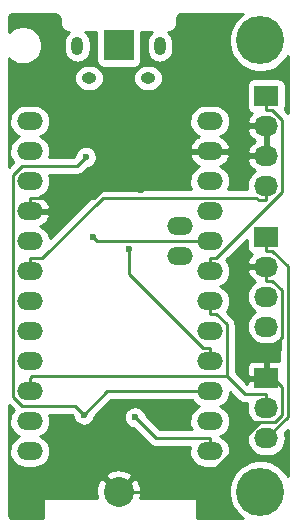
<source format=gbl>
G04 #@! TF.FileFunction,Copper,L2,Bot,Signal*
%FSLAX46Y46*%
G04 Gerber Fmt 4.6, Leading zero omitted, Abs format (unit mm)*
G04 Created by KiCad (PCBNEW 4.0.2-stable) date Vendredi 08 juillet 2016 21:03:03*
%MOMM*%
G01*
G04 APERTURE LIST*
%ADD10C,0.100000*%
%ADD11R,2.540000X2.540000*%
%ADD12C,2.540000*%
%ADD13C,4.064000*%
%ADD14O,1.250000X0.950000*%
%ADD15O,1.000000X1.550000*%
%ADD16O,2.199640X1.501140*%
%ADD17R,2.032000X1.727200*%
%ADD18O,2.032000X1.727200*%
%ADD19C,0.600000*%
%ADD20C,0.250000*%
%ADD21C,0.254000*%
G04 APERTURE END LIST*
D10*
D11*
X58000000Y-36800000D03*
D12*
X58000000Y-74620000D03*
D13*
X70000000Y-74600000D03*
X70000000Y-36400000D03*
D14*
X60500900Y-39562540D03*
X55500900Y-39562540D03*
D15*
X61500900Y-36862540D03*
X54500900Y-36862540D03*
D16*
X50480000Y-43230000D03*
X50480000Y-45770000D03*
X50480000Y-48310000D03*
X50480000Y-50850000D03*
X50480000Y-53390000D03*
X50480000Y-55930000D03*
X50480000Y-58470000D03*
X50480000Y-61010000D03*
X50480000Y-63550000D03*
X50480000Y-66090000D03*
X50480000Y-68630000D03*
X50480000Y-71170000D03*
X65720000Y-71170000D03*
X65720000Y-68630000D03*
X65720000Y-66090000D03*
X65720000Y-63550000D03*
X65720000Y-61010000D03*
X65720000Y-58470000D03*
X65720000Y-55930000D03*
X65720000Y-53390000D03*
X65720000Y-50850000D03*
X65720000Y-48310000D03*
X65720000Y-45770000D03*
X65720000Y-43230000D03*
X63180000Y-54660000D03*
X63180000Y-52120000D03*
D17*
X70500000Y-53000000D03*
D18*
X70500000Y-55540000D03*
X70500000Y-58080000D03*
X70500000Y-60620000D03*
D17*
X70500000Y-41100000D03*
D18*
X70500000Y-43640000D03*
X70500000Y-46180000D03*
X70500000Y-48720000D03*
D17*
X70500000Y-65000000D03*
D18*
X70500000Y-67540000D03*
X70500000Y-70080000D03*
D19*
X59895600Y-49029900D03*
X59381400Y-68292700D03*
X58857200Y-54076600D03*
X55067500Y-68079900D03*
X55226800Y-46268600D03*
X55814100Y-53028500D03*
D20*
X71020100Y-54188900D02*
X70500000Y-54188900D01*
X72308700Y-55477500D02*
X71020100Y-54188900D01*
X72308700Y-68271300D02*
X72308700Y-55477500D01*
X70500000Y-70080000D02*
X72308700Y-68271300D01*
X70500000Y-53000000D02*
X70500000Y-54188900D01*
X66464950Y-72354950D02*
X66675050Y-72354950D01*
X67330000Y-71700000D02*
X67840000Y-71700000D01*
X66675050Y-72354950D02*
X67330000Y-71700000D01*
X69980000Y-68732000D02*
X68962000Y-68732000D01*
X68962000Y-68732000D02*
X68960000Y-68730000D01*
X70012000Y-68732000D02*
X69980000Y-68732000D01*
X69980000Y-68732000D02*
X69708000Y-68732000D01*
X69708000Y-68732000D02*
X68690000Y-69750000D01*
X71858300Y-61620000D02*
X71760000Y-61620000D01*
X71690000Y-62621100D02*
X71700000Y-62611100D01*
X71690000Y-61690000D02*
X71690000Y-62621100D01*
X71760000Y-61620000D02*
X71690000Y-61690000D01*
X71700000Y-62611100D02*
X71700000Y-62490000D01*
X71700000Y-62490000D02*
X71700000Y-62611100D01*
X71700000Y-62611100D02*
X70500000Y-63811100D01*
X71858300Y-57567100D02*
X71858300Y-61620000D01*
X71020100Y-56728900D02*
X71858300Y-57567100D01*
X70500000Y-56728900D02*
X71020100Y-56728900D01*
X70500000Y-55540000D02*
X70500000Y-56728900D01*
X50480000Y-50850000D02*
X50480000Y-49774100D01*
X63155500Y-45770000D02*
X59895600Y-49029900D01*
X65720000Y-45770000D02*
X63155500Y-45770000D01*
X55891500Y-49774100D02*
X50480000Y-49774100D01*
X56635700Y-49029900D02*
X55891500Y-49774100D01*
X59895600Y-49029900D02*
X56635700Y-49029900D01*
X70500000Y-65000000D02*
X70500000Y-64405500D01*
X70500000Y-64405500D02*
X70500000Y-63811100D01*
X64199900Y-74620000D02*
X58000000Y-74620000D01*
X67642600Y-71177300D02*
X66464950Y-72354950D01*
X66464950Y-72354950D02*
X64199900Y-74620000D01*
X67642600Y-71101400D02*
X67642600Y-71177300D01*
X70015000Y-68729000D02*
X70012000Y-68732000D01*
X70012000Y-68732000D02*
X67642600Y-71101400D01*
X71214100Y-68729000D02*
X70015000Y-68729000D01*
X71858300Y-68084800D02*
X71214100Y-68729000D01*
X71858300Y-65763800D02*
X71858300Y-68084800D01*
X70500000Y-64405500D02*
X71858300Y-65763800D01*
X61182800Y-70094100D02*
X65720000Y-70094100D01*
X59381400Y-68292700D02*
X61182800Y-70094100D01*
X65720000Y-71170000D02*
X65720000Y-70094100D01*
X65182100Y-62474100D02*
X65720000Y-62474100D01*
X58857200Y-56149200D02*
X65182100Y-62474100D01*
X58857200Y-54076600D02*
X58857200Y-56149200D01*
X65720000Y-63550000D02*
X65720000Y-62474100D01*
X57057400Y-66090000D02*
X65720000Y-66090000D01*
X55067500Y-68079900D02*
X57057400Y-66090000D01*
X54347600Y-67360000D02*
X55067500Y-68079900D01*
X49856400Y-67360000D02*
X54347600Y-67360000D01*
X49052200Y-66555800D02*
X49856400Y-67360000D01*
X49052200Y-47802000D02*
X49052200Y-66555800D01*
X49814200Y-47040000D02*
X49052200Y-47802000D01*
X54455400Y-47040000D02*
X49814200Y-47040000D01*
X55226800Y-46268600D02*
X54455400Y-47040000D01*
X56175600Y-53390000D02*
X65720000Y-53390000D01*
X55814100Y-53028500D02*
X56175600Y-53390000D01*
X51555900Y-54854100D02*
X50480000Y-54854100D01*
X56691300Y-49718700D02*
X51555900Y-54854100D01*
X69664900Y-49718700D02*
X56691300Y-49718700D01*
X69855100Y-49908900D02*
X69664900Y-49718700D01*
X70500000Y-49908900D02*
X69855100Y-49908900D01*
X70500000Y-48720000D02*
X70500000Y-49908900D01*
X50480000Y-55930000D02*
X50480000Y-54854100D01*
X66219500Y-54854100D02*
X65720000Y-54854100D01*
X71855800Y-49217800D02*
X66219500Y-54854100D01*
X71855800Y-43124600D02*
X71855800Y-49217800D01*
X71020100Y-42288900D02*
X71855800Y-43124600D01*
X70500000Y-42288900D02*
X71020100Y-42288900D01*
X70500000Y-41100000D02*
X70500000Y-42288900D01*
X65720000Y-55930000D02*
X65720000Y-54854100D01*
X70500000Y-67540000D02*
X70500000Y-66351100D01*
X65720000Y-58470000D02*
X65720000Y-59545900D01*
X50480000Y-66090000D02*
X50480000Y-65014100D01*
X66257900Y-59545900D02*
X65720000Y-59545900D01*
X67145500Y-60433500D02*
X66257900Y-59545900D01*
X67145500Y-64820000D02*
X67145500Y-60433500D01*
X68676600Y-66351100D02*
X67145500Y-64820000D01*
X70500000Y-66351100D02*
X68676600Y-66351100D01*
X50674100Y-64820000D02*
X50480000Y-65014100D01*
X67145500Y-64820000D02*
X50674100Y-64820000D01*
D21*
G36*
X68139199Y-66888501D02*
X68193455Y-66933068D01*
X68247225Y-66978186D01*
X68250726Y-66980111D01*
X68253815Y-66982648D01*
X68315667Y-67015813D01*
X68377204Y-67049643D01*
X68381016Y-67050852D01*
X68384535Y-67052739D01*
X68451631Y-67073252D01*
X68518587Y-67094492D01*
X68522559Y-67094938D01*
X68526381Y-67096106D01*
X68596205Y-67103198D01*
X68665989Y-67111026D01*
X68673804Y-67111081D01*
X68673947Y-67111095D01*
X68674080Y-67111082D01*
X68676600Y-67111100D01*
X68911109Y-67111100D01*
X68871621Y-67238665D01*
X68841049Y-67529538D01*
X68867556Y-67820810D01*
X68950134Y-68101385D01*
X69085637Y-68360578D01*
X69268903Y-68588515D01*
X69492952Y-68776515D01*
X69552587Y-68809299D01*
X69510299Y-68831784D01*
X69283647Y-69016637D01*
X69097216Y-69241994D01*
X68958108Y-69499269D01*
X68871621Y-69778665D01*
X68841049Y-70069538D01*
X68867556Y-70360810D01*
X68950134Y-70641385D01*
X69085637Y-70900578D01*
X69268903Y-71128515D01*
X69492952Y-71316515D01*
X69749251Y-71457416D01*
X70028036Y-71545852D01*
X70318688Y-71578454D01*
X70339612Y-71578600D01*
X70660388Y-71578600D01*
X70951468Y-71550059D01*
X71231460Y-71465525D01*
X71489701Y-71328216D01*
X71716353Y-71143363D01*
X71902784Y-70918006D01*
X72041892Y-70660731D01*
X72128379Y-70381335D01*
X72158951Y-70090462D01*
X72132444Y-69799190D01*
X72069495Y-69585307D01*
X72315000Y-69339802D01*
X72315000Y-73264776D01*
X72076777Y-72906222D01*
X71708235Y-72535098D01*
X71274627Y-72242626D01*
X70792469Y-72039946D01*
X70280126Y-71934777D01*
X69757113Y-71931125D01*
X69243352Y-72029131D01*
X68758411Y-72225059D01*
X68320762Y-72511449D01*
X67947074Y-72877391D01*
X67651582Y-73308946D01*
X67445541Y-73789678D01*
X67336797Y-74301274D01*
X67329495Y-74824249D01*
X67423911Y-75338682D01*
X67616450Y-75824979D01*
X67899777Y-76264616D01*
X68263101Y-76640850D01*
X68513671Y-76815000D01*
X64627000Y-76815000D01*
X64627000Y-75250000D01*
X64618315Y-75203841D01*
X64591035Y-75161447D01*
X64549410Y-75133006D01*
X64500000Y-75123000D01*
X59837394Y-75123000D01*
X59886874Y-74942389D01*
X59913514Y-74568084D01*
X59866618Y-74195773D01*
X59747988Y-73839765D01*
X59619871Y-73600076D01*
X59327852Y-73471753D01*
X58179605Y-74620000D01*
X58193748Y-74634143D01*
X58014143Y-74813748D01*
X58000000Y-74799605D01*
X57985858Y-74813748D01*
X57806253Y-74634143D01*
X57820395Y-74620000D01*
X56672148Y-73471753D01*
X56380129Y-73600076D01*
X56212277Y-73935695D01*
X56113126Y-74297611D01*
X56086486Y-74671916D01*
X56133382Y-75044227D01*
X56159631Y-75123000D01*
X51750000Y-75123000D01*
X51703841Y-75131685D01*
X51661447Y-75158965D01*
X51633006Y-75200590D01*
X51623000Y-75250000D01*
X51623000Y-76815000D01*
X49033505Y-76815000D01*
X48939454Y-76805778D01*
X48881213Y-76788194D01*
X48827500Y-76759635D01*
X48780354Y-76721183D01*
X48741577Y-76674310D01*
X48712642Y-76620796D01*
X48694651Y-76562677D01*
X48685000Y-76470855D01*
X48685000Y-73292148D01*
X56851753Y-73292148D01*
X58000000Y-74440395D01*
X59148247Y-73292148D01*
X59019924Y-73000129D01*
X58684305Y-72832277D01*
X58322389Y-72733126D01*
X57948084Y-72706486D01*
X57575773Y-72753382D01*
X57219765Y-72872012D01*
X56980076Y-73000129D01*
X56851753Y-73292148D01*
X48685000Y-73292148D01*
X48685000Y-67263402D01*
X49110905Y-67689307D01*
X48973666Y-67855199D01*
X48845050Y-68093070D01*
X48765086Y-68351392D01*
X48736820Y-68620327D01*
X48761328Y-68889630D01*
X48837678Y-69149044D01*
X48962960Y-69388687D01*
X49132404Y-69599433D01*
X49339555Y-69773253D01*
X49571837Y-69900950D01*
X49355593Y-70015929D01*
X49146036Y-70186840D01*
X48973666Y-70395199D01*
X48845050Y-70633070D01*
X48765086Y-70891392D01*
X48736820Y-71160327D01*
X48761328Y-71429630D01*
X48837678Y-71689044D01*
X48962960Y-71928687D01*
X49132404Y-72139433D01*
X49339555Y-72313253D01*
X49576522Y-72443526D01*
X49834280Y-72525292D01*
X50103010Y-72555435D01*
X50122356Y-72555570D01*
X50837644Y-72555570D01*
X51106769Y-72529182D01*
X51365644Y-72451023D01*
X51604407Y-72324071D01*
X51813964Y-72153160D01*
X51986334Y-71944801D01*
X52114950Y-71706930D01*
X52194914Y-71448608D01*
X52223180Y-71179673D01*
X52198672Y-70910370D01*
X52122322Y-70650956D01*
X51997040Y-70411313D01*
X51827596Y-70200567D01*
X51620445Y-70026747D01*
X51388163Y-69899050D01*
X51604407Y-69784071D01*
X51813964Y-69613160D01*
X51986334Y-69404801D01*
X52114950Y-69166930D01*
X52194914Y-68908608D01*
X52223180Y-68639673D01*
X52198672Y-68370370D01*
X52124984Y-68120000D01*
X54032798Y-68120000D01*
X54144749Y-68231951D01*
X54164372Y-68338868D01*
X54231872Y-68509354D01*
X54331201Y-68663483D01*
X54458576Y-68795384D01*
X54609144Y-68900031D01*
X54777171Y-68973440D01*
X54956257Y-69012815D01*
X55139579Y-69016655D01*
X55320157Y-68984814D01*
X55491110Y-68918506D01*
X55645929Y-68820255D01*
X55778715Y-68693804D01*
X55884411Y-68543970D01*
X55958992Y-68376460D01*
X55992286Y-68229916D01*
X57372202Y-66850000D01*
X64204016Y-66850000D01*
X64372404Y-67059433D01*
X64579555Y-67233253D01*
X64811837Y-67360950D01*
X64595593Y-67475929D01*
X64386036Y-67646840D01*
X64213666Y-67855199D01*
X64085050Y-68093070D01*
X64005086Y-68351392D01*
X63976820Y-68620327D01*
X64001328Y-68889630D01*
X64077678Y-69149044D01*
X64174423Y-69334100D01*
X61497602Y-69334100D01*
X60304569Y-68141067D01*
X60280825Y-68021148D01*
X60210950Y-67851620D01*
X60109479Y-67698893D01*
X59980275Y-67568784D01*
X59828260Y-67466249D01*
X59659225Y-67395193D01*
X59479607Y-67358323D01*
X59296249Y-67357043D01*
X59116133Y-67391401D01*
X58946122Y-67460090D01*
X58792691Y-67560493D01*
X58661683Y-67688786D01*
X58558089Y-67840081D01*
X58485854Y-68008616D01*
X58447731Y-68187972D01*
X58445171Y-68371317D01*
X58478272Y-68551668D01*
X58545772Y-68722154D01*
X58645101Y-68876283D01*
X58772476Y-69008184D01*
X58923044Y-69112831D01*
X59091071Y-69186240D01*
X59230877Y-69216979D01*
X60645399Y-70631501D01*
X60699655Y-70676068D01*
X60753425Y-70721186D01*
X60756926Y-70723111D01*
X60760015Y-70725648D01*
X60821867Y-70758813D01*
X60883404Y-70792643D01*
X60887216Y-70793852D01*
X60890735Y-70795739D01*
X60957831Y-70816252D01*
X61024787Y-70837492D01*
X61028759Y-70837938D01*
X61032581Y-70839106D01*
X61102405Y-70846198D01*
X61172189Y-70854026D01*
X61180004Y-70854081D01*
X61180147Y-70854095D01*
X61180280Y-70854082D01*
X61182800Y-70854100D01*
X64016630Y-70854100D01*
X64005086Y-70891392D01*
X63976820Y-71160327D01*
X64001328Y-71429630D01*
X64077678Y-71689044D01*
X64202960Y-71928687D01*
X64372404Y-72139433D01*
X64579555Y-72313253D01*
X64816522Y-72443526D01*
X65074280Y-72525292D01*
X65343010Y-72555435D01*
X65362356Y-72555570D01*
X66077644Y-72555570D01*
X66346769Y-72529182D01*
X66605644Y-72451023D01*
X66844407Y-72324071D01*
X67053964Y-72153160D01*
X67226334Y-71944801D01*
X67354950Y-71706930D01*
X67434914Y-71448608D01*
X67463180Y-71179673D01*
X67438672Y-70910370D01*
X67362322Y-70650956D01*
X67237040Y-70411313D01*
X67067596Y-70200567D01*
X66860445Y-70026747D01*
X66628163Y-69899050D01*
X66844407Y-69784071D01*
X67053964Y-69613160D01*
X67226334Y-69404801D01*
X67354950Y-69166930D01*
X67434914Y-68908608D01*
X67463180Y-68639673D01*
X67438672Y-68370370D01*
X67362322Y-68110956D01*
X67237040Y-67871313D01*
X67067596Y-67660567D01*
X66860445Y-67486747D01*
X66628163Y-67359050D01*
X66844407Y-67244071D01*
X67053964Y-67073160D01*
X67226334Y-66864801D01*
X67354950Y-66626930D01*
X67434914Y-66368608D01*
X67452451Y-66201753D01*
X68139199Y-66888501D01*
X68139199Y-66888501D01*
G37*
X68139199Y-66888501D02*
X68193455Y-66933068D01*
X68247225Y-66978186D01*
X68250726Y-66980111D01*
X68253815Y-66982648D01*
X68315667Y-67015813D01*
X68377204Y-67049643D01*
X68381016Y-67050852D01*
X68384535Y-67052739D01*
X68451631Y-67073252D01*
X68518587Y-67094492D01*
X68522559Y-67094938D01*
X68526381Y-67096106D01*
X68596205Y-67103198D01*
X68665989Y-67111026D01*
X68673804Y-67111081D01*
X68673947Y-67111095D01*
X68674080Y-67111082D01*
X68676600Y-67111100D01*
X68911109Y-67111100D01*
X68871621Y-67238665D01*
X68841049Y-67529538D01*
X68867556Y-67820810D01*
X68950134Y-68101385D01*
X69085637Y-68360578D01*
X69268903Y-68588515D01*
X69492952Y-68776515D01*
X69552587Y-68809299D01*
X69510299Y-68831784D01*
X69283647Y-69016637D01*
X69097216Y-69241994D01*
X68958108Y-69499269D01*
X68871621Y-69778665D01*
X68841049Y-70069538D01*
X68867556Y-70360810D01*
X68950134Y-70641385D01*
X69085637Y-70900578D01*
X69268903Y-71128515D01*
X69492952Y-71316515D01*
X69749251Y-71457416D01*
X70028036Y-71545852D01*
X70318688Y-71578454D01*
X70339612Y-71578600D01*
X70660388Y-71578600D01*
X70951468Y-71550059D01*
X71231460Y-71465525D01*
X71489701Y-71328216D01*
X71716353Y-71143363D01*
X71902784Y-70918006D01*
X72041892Y-70660731D01*
X72128379Y-70381335D01*
X72158951Y-70090462D01*
X72132444Y-69799190D01*
X72069495Y-69585307D01*
X72315000Y-69339802D01*
X72315000Y-73264776D01*
X72076777Y-72906222D01*
X71708235Y-72535098D01*
X71274627Y-72242626D01*
X70792469Y-72039946D01*
X70280126Y-71934777D01*
X69757113Y-71931125D01*
X69243352Y-72029131D01*
X68758411Y-72225059D01*
X68320762Y-72511449D01*
X67947074Y-72877391D01*
X67651582Y-73308946D01*
X67445541Y-73789678D01*
X67336797Y-74301274D01*
X67329495Y-74824249D01*
X67423911Y-75338682D01*
X67616450Y-75824979D01*
X67899777Y-76264616D01*
X68263101Y-76640850D01*
X68513671Y-76815000D01*
X64627000Y-76815000D01*
X64627000Y-75250000D01*
X64618315Y-75203841D01*
X64591035Y-75161447D01*
X64549410Y-75133006D01*
X64500000Y-75123000D01*
X59837394Y-75123000D01*
X59886874Y-74942389D01*
X59913514Y-74568084D01*
X59866618Y-74195773D01*
X59747988Y-73839765D01*
X59619871Y-73600076D01*
X59327852Y-73471753D01*
X58179605Y-74620000D01*
X58193748Y-74634143D01*
X58014143Y-74813748D01*
X58000000Y-74799605D01*
X57985858Y-74813748D01*
X57806253Y-74634143D01*
X57820395Y-74620000D01*
X56672148Y-73471753D01*
X56380129Y-73600076D01*
X56212277Y-73935695D01*
X56113126Y-74297611D01*
X56086486Y-74671916D01*
X56133382Y-75044227D01*
X56159631Y-75123000D01*
X51750000Y-75123000D01*
X51703841Y-75131685D01*
X51661447Y-75158965D01*
X51633006Y-75200590D01*
X51623000Y-75250000D01*
X51623000Y-76815000D01*
X49033505Y-76815000D01*
X48939454Y-76805778D01*
X48881213Y-76788194D01*
X48827500Y-76759635D01*
X48780354Y-76721183D01*
X48741577Y-76674310D01*
X48712642Y-76620796D01*
X48694651Y-76562677D01*
X48685000Y-76470855D01*
X48685000Y-73292148D01*
X56851753Y-73292148D01*
X58000000Y-74440395D01*
X59148247Y-73292148D01*
X59019924Y-73000129D01*
X58684305Y-72832277D01*
X58322389Y-72733126D01*
X57948084Y-72706486D01*
X57575773Y-72753382D01*
X57219765Y-72872012D01*
X56980076Y-73000129D01*
X56851753Y-73292148D01*
X48685000Y-73292148D01*
X48685000Y-67263402D01*
X49110905Y-67689307D01*
X48973666Y-67855199D01*
X48845050Y-68093070D01*
X48765086Y-68351392D01*
X48736820Y-68620327D01*
X48761328Y-68889630D01*
X48837678Y-69149044D01*
X48962960Y-69388687D01*
X49132404Y-69599433D01*
X49339555Y-69773253D01*
X49571837Y-69900950D01*
X49355593Y-70015929D01*
X49146036Y-70186840D01*
X48973666Y-70395199D01*
X48845050Y-70633070D01*
X48765086Y-70891392D01*
X48736820Y-71160327D01*
X48761328Y-71429630D01*
X48837678Y-71689044D01*
X48962960Y-71928687D01*
X49132404Y-72139433D01*
X49339555Y-72313253D01*
X49576522Y-72443526D01*
X49834280Y-72525292D01*
X50103010Y-72555435D01*
X50122356Y-72555570D01*
X50837644Y-72555570D01*
X51106769Y-72529182D01*
X51365644Y-72451023D01*
X51604407Y-72324071D01*
X51813964Y-72153160D01*
X51986334Y-71944801D01*
X52114950Y-71706930D01*
X52194914Y-71448608D01*
X52223180Y-71179673D01*
X52198672Y-70910370D01*
X52122322Y-70650956D01*
X51997040Y-70411313D01*
X51827596Y-70200567D01*
X51620445Y-70026747D01*
X51388163Y-69899050D01*
X51604407Y-69784071D01*
X51813964Y-69613160D01*
X51986334Y-69404801D01*
X52114950Y-69166930D01*
X52194914Y-68908608D01*
X52223180Y-68639673D01*
X52198672Y-68370370D01*
X52124984Y-68120000D01*
X54032798Y-68120000D01*
X54144749Y-68231951D01*
X54164372Y-68338868D01*
X54231872Y-68509354D01*
X54331201Y-68663483D01*
X54458576Y-68795384D01*
X54609144Y-68900031D01*
X54777171Y-68973440D01*
X54956257Y-69012815D01*
X55139579Y-69016655D01*
X55320157Y-68984814D01*
X55491110Y-68918506D01*
X55645929Y-68820255D01*
X55778715Y-68693804D01*
X55884411Y-68543970D01*
X55958992Y-68376460D01*
X55992286Y-68229916D01*
X57372202Y-66850000D01*
X64204016Y-66850000D01*
X64372404Y-67059433D01*
X64579555Y-67233253D01*
X64811837Y-67360950D01*
X64595593Y-67475929D01*
X64386036Y-67646840D01*
X64213666Y-67855199D01*
X64085050Y-68093070D01*
X64005086Y-68351392D01*
X63976820Y-68620327D01*
X64001328Y-68889630D01*
X64077678Y-69149044D01*
X64174423Y-69334100D01*
X61497602Y-69334100D01*
X60304569Y-68141067D01*
X60280825Y-68021148D01*
X60210950Y-67851620D01*
X60109479Y-67698893D01*
X59980275Y-67568784D01*
X59828260Y-67466249D01*
X59659225Y-67395193D01*
X59479607Y-67358323D01*
X59296249Y-67357043D01*
X59116133Y-67391401D01*
X58946122Y-67460090D01*
X58792691Y-67560493D01*
X58661683Y-67688786D01*
X58558089Y-67840081D01*
X58485854Y-68008616D01*
X58447731Y-68187972D01*
X58445171Y-68371317D01*
X58478272Y-68551668D01*
X58545772Y-68722154D01*
X58645101Y-68876283D01*
X58772476Y-69008184D01*
X58923044Y-69112831D01*
X59091071Y-69186240D01*
X59230877Y-69216979D01*
X60645399Y-70631501D01*
X60699655Y-70676068D01*
X60753425Y-70721186D01*
X60756926Y-70723111D01*
X60760015Y-70725648D01*
X60821867Y-70758813D01*
X60883404Y-70792643D01*
X60887216Y-70793852D01*
X60890735Y-70795739D01*
X60957831Y-70816252D01*
X61024787Y-70837492D01*
X61028759Y-70837938D01*
X61032581Y-70839106D01*
X61102405Y-70846198D01*
X61172189Y-70854026D01*
X61180004Y-70854081D01*
X61180147Y-70854095D01*
X61180280Y-70854082D01*
X61182800Y-70854100D01*
X64016630Y-70854100D01*
X64005086Y-70891392D01*
X63976820Y-71160327D01*
X64001328Y-71429630D01*
X64077678Y-71689044D01*
X64202960Y-71928687D01*
X64372404Y-72139433D01*
X64579555Y-72313253D01*
X64816522Y-72443526D01*
X65074280Y-72525292D01*
X65343010Y-72555435D01*
X65362356Y-72555570D01*
X66077644Y-72555570D01*
X66346769Y-72529182D01*
X66605644Y-72451023D01*
X66844407Y-72324071D01*
X67053964Y-72153160D01*
X67226334Y-71944801D01*
X67354950Y-71706930D01*
X67434914Y-71448608D01*
X67463180Y-71179673D01*
X67438672Y-70910370D01*
X67362322Y-70650956D01*
X67237040Y-70411313D01*
X67067596Y-70200567D01*
X66860445Y-70026747D01*
X66628163Y-69899050D01*
X66844407Y-69784071D01*
X67053964Y-69613160D01*
X67226334Y-69404801D01*
X67354950Y-69166930D01*
X67434914Y-68908608D01*
X67463180Y-68639673D01*
X67438672Y-68370370D01*
X67362322Y-68110956D01*
X67237040Y-67871313D01*
X67067596Y-67660567D01*
X66860445Y-67486747D01*
X66628163Y-67359050D01*
X66844407Y-67244071D01*
X67053964Y-67073160D01*
X67226334Y-66864801D01*
X67354950Y-66626930D01*
X67434914Y-66368608D01*
X67452451Y-66201753D01*
X68139199Y-66888501D01*
G36*
X68845928Y-53863600D02*
X68853992Y-53964721D01*
X68907106Y-54136234D01*
X69005900Y-54286159D01*
X69142550Y-54402625D01*
X69300272Y-54473721D01*
X69149267Y-54637965D01*
X68996314Y-54889081D01*
X68895291Y-55165211D01*
X68892642Y-55180974D01*
X69013783Y-55413000D01*
X70373000Y-55413000D01*
X70373000Y-55393000D01*
X70627000Y-55393000D01*
X70627000Y-55413000D01*
X70647000Y-55413000D01*
X70647000Y-55667000D01*
X70627000Y-55667000D01*
X70627000Y-55687000D01*
X70373000Y-55687000D01*
X70373000Y-55667000D01*
X69013783Y-55667000D01*
X68892642Y-55899026D01*
X68895291Y-55914789D01*
X68996314Y-56190919D01*
X69149267Y-56442035D01*
X69348271Y-56658486D01*
X69553795Y-56808657D01*
X69510299Y-56831784D01*
X69283647Y-57016637D01*
X69097216Y-57241994D01*
X68958108Y-57499269D01*
X68871621Y-57778665D01*
X68841049Y-58069538D01*
X68867556Y-58360810D01*
X68950134Y-58641385D01*
X69085637Y-58900578D01*
X69268903Y-59128515D01*
X69492952Y-59316515D01*
X69552587Y-59349299D01*
X69510299Y-59371784D01*
X69283647Y-59556637D01*
X69097216Y-59781994D01*
X68958108Y-60039269D01*
X68871621Y-60318665D01*
X68841049Y-60609538D01*
X68867556Y-60900810D01*
X68950134Y-61181385D01*
X69085637Y-61440578D01*
X69268903Y-61668515D01*
X69492952Y-61856515D01*
X69749251Y-61997416D01*
X70028036Y-62085852D01*
X70318688Y-62118454D01*
X70339612Y-62118600D01*
X70660388Y-62118600D01*
X70951468Y-62090059D01*
X71231460Y-62005525D01*
X71489701Y-61868216D01*
X71548700Y-61820098D01*
X71548700Y-63501400D01*
X70785750Y-63501400D01*
X70627000Y-63660150D01*
X70627000Y-64873000D01*
X70647000Y-64873000D01*
X70647000Y-65127000D01*
X70627000Y-65127000D01*
X70627000Y-65147000D01*
X70373000Y-65147000D01*
X70373000Y-65127000D01*
X69007750Y-65127000D01*
X68849000Y-65285750D01*
X68849000Y-65448698D01*
X67905500Y-64505198D01*
X67905500Y-64073858D01*
X68849000Y-64073858D01*
X68849000Y-64714250D01*
X69007750Y-64873000D01*
X70373000Y-64873000D01*
X70373000Y-63660150D01*
X70214250Y-63501400D01*
X69421458Y-63501400D01*
X69298777Y-63525803D01*
X69183215Y-63573670D01*
X69079211Y-63643163D01*
X68990763Y-63731611D01*
X68921270Y-63835615D01*
X68873403Y-63951177D01*
X68849000Y-64073858D01*
X67905500Y-64073858D01*
X67905500Y-60433500D01*
X67898648Y-60363619D01*
X67892531Y-60293697D01*
X67891416Y-60289859D01*
X67891026Y-60285882D01*
X67870736Y-60218679D01*
X67851149Y-60151260D01*
X67849310Y-60147712D01*
X67848155Y-60143887D01*
X67815201Y-60081909D01*
X67782890Y-60019575D01*
X67780397Y-60016452D01*
X67778520Y-60012922D01*
X67734145Y-59958513D01*
X67690352Y-59903654D01*
X67684869Y-59898094D01*
X67684774Y-59897978D01*
X67684666Y-59897889D01*
X67682901Y-59896099D01*
X67138172Y-59351370D01*
X67226334Y-59244801D01*
X67354950Y-59006930D01*
X67434914Y-58748608D01*
X67463180Y-58479673D01*
X67438672Y-58210370D01*
X67362322Y-57950956D01*
X67237040Y-57711313D01*
X67067596Y-57500567D01*
X66860445Y-57326747D01*
X66628163Y-57199050D01*
X66844407Y-57084071D01*
X67053964Y-56913160D01*
X67226334Y-56704801D01*
X67354950Y-56466930D01*
X67434914Y-56208608D01*
X67463180Y-55939673D01*
X67438672Y-55670370D01*
X67362322Y-55410956D01*
X67237040Y-55171313D01*
X67121184Y-55027218D01*
X68845928Y-53302474D01*
X68845928Y-53863600D01*
X68845928Y-53863600D01*
G37*
X68845928Y-53863600D02*
X68853992Y-53964721D01*
X68907106Y-54136234D01*
X69005900Y-54286159D01*
X69142550Y-54402625D01*
X69300272Y-54473721D01*
X69149267Y-54637965D01*
X68996314Y-54889081D01*
X68895291Y-55165211D01*
X68892642Y-55180974D01*
X69013783Y-55413000D01*
X70373000Y-55413000D01*
X70373000Y-55393000D01*
X70627000Y-55393000D01*
X70627000Y-55413000D01*
X70647000Y-55413000D01*
X70647000Y-55667000D01*
X70627000Y-55667000D01*
X70627000Y-55687000D01*
X70373000Y-55687000D01*
X70373000Y-55667000D01*
X69013783Y-55667000D01*
X68892642Y-55899026D01*
X68895291Y-55914789D01*
X68996314Y-56190919D01*
X69149267Y-56442035D01*
X69348271Y-56658486D01*
X69553795Y-56808657D01*
X69510299Y-56831784D01*
X69283647Y-57016637D01*
X69097216Y-57241994D01*
X68958108Y-57499269D01*
X68871621Y-57778665D01*
X68841049Y-58069538D01*
X68867556Y-58360810D01*
X68950134Y-58641385D01*
X69085637Y-58900578D01*
X69268903Y-59128515D01*
X69492952Y-59316515D01*
X69552587Y-59349299D01*
X69510299Y-59371784D01*
X69283647Y-59556637D01*
X69097216Y-59781994D01*
X68958108Y-60039269D01*
X68871621Y-60318665D01*
X68841049Y-60609538D01*
X68867556Y-60900810D01*
X68950134Y-61181385D01*
X69085637Y-61440578D01*
X69268903Y-61668515D01*
X69492952Y-61856515D01*
X69749251Y-61997416D01*
X70028036Y-62085852D01*
X70318688Y-62118454D01*
X70339612Y-62118600D01*
X70660388Y-62118600D01*
X70951468Y-62090059D01*
X71231460Y-62005525D01*
X71489701Y-61868216D01*
X71548700Y-61820098D01*
X71548700Y-63501400D01*
X70785750Y-63501400D01*
X70627000Y-63660150D01*
X70627000Y-64873000D01*
X70647000Y-64873000D01*
X70647000Y-65127000D01*
X70627000Y-65127000D01*
X70627000Y-65147000D01*
X70373000Y-65147000D01*
X70373000Y-65127000D01*
X69007750Y-65127000D01*
X68849000Y-65285750D01*
X68849000Y-65448698D01*
X67905500Y-64505198D01*
X67905500Y-64073858D01*
X68849000Y-64073858D01*
X68849000Y-64714250D01*
X69007750Y-64873000D01*
X70373000Y-64873000D01*
X70373000Y-63660150D01*
X70214250Y-63501400D01*
X69421458Y-63501400D01*
X69298777Y-63525803D01*
X69183215Y-63573670D01*
X69079211Y-63643163D01*
X68990763Y-63731611D01*
X68921270Y-63835615D01*
X68873403Y-63951177D01*
X68849000Y-64073858D01*
X67905500Y-64073858D01*
X67905500Y-60433500D01*
X67898648Y-60363619D01*
X67892531Y-60293697D01*
X67891416Y-60289859D01*
X67891026Y-60285882D01*
X67870736Y-60218679D01*
X67851149Y-60151260D01*
X67849310Y-60147712D01*
X67848155Y-60143887D01*
X67815201Y-60081909D01*
X67782890Y-60019575D01*
X67780397Y-60016452D01*
X67778520Y-60012922D01*
X67734145Y-59958513D01*
X67690352Y-59903654D01*
X67684869Y-59898094D01*
X67684774Y-59897978D01*
X67684666Y-59897889D01*
X67682901Y-59896099D01*
X67138172Y-59351370D01*
X67226334Y-59244801D01*
X67354950Y-59006930D01*
X67434914Y-58748608D01*
X67463180Y-58479673D01*
X67438672Y-58210370D01*
X67362322Y-57950956D01*
X67237040Y-57711313D01*
X67067596Y-57500567D01*
X66860445Y-57326747D01*
X66628163Y-57199050D01*
X66844407Y-57084071D01*
X67053964Y-56913160D01*
X67226334Y-56704801D01*
X67354950Y-56466930D01*
X67434914Y-56208608D01*
X67463180Y-55939673D01*
X67438672Y-55670370D01*
X67362322Y-55410956D01*
X67237040Y-55171313D01*
X67121184Y-55027218D01*
X68845928Y-53302474D01*
X68845928Y-53863600D01*
G36*
X52609106Y-34198983D02*
X52714052Y-34230668D01*
X52810846Y-34282134D01*
X52895804Y-34351424D01*
X52965684Y-34435894D01*
X53017823Y-34532325D01*
X53050243Y-34637056D01*
X53065000Y-34777455D01*
X53065000Y-35000000D01*
X53071290Y-35064145D01*
X53077133Y-35128356D01*
X53077812Y-35130662D01*
X53078046Y-35133051D01*
X53096666Y-35194723D01*
X53114879Y-35256606D01*
X53115992Y-35258736D01*
X53116686Y-35261033D01*
X53146916Y-35317886D01*
X53176816Y-35375081D01*
X53178323Y-35376955D01*
X53179449Y-35379073D01*
X53220157Y-35428986D01*
X53260586Y-35479269D01*
X53262427Y-35480813D01*
X53263944Y-35482674D01*
X53313616Y-35523766D01*
X53362998Y-35565203D01*
X53365102Y-35566360D01*
X53366953Y-35567891D01*
X53423639Y-35598541D01*
X53480150Y-35629608D01*
X53482442Y-35630335D01*
X53484552Y-35631476D01*
X53546084Y-35650524D01*
X53607580Y-35670031D01*
X53609968Y-35670299D01*
X53612262Y-35671009D01*
X53676366Y-35677746D01*
X53740436Y-35684933D01*
X53745050Y-35684965D01*
X53745218Y-35684983D01*
X53745386Y-35684968D01*
X53750000Y-35685000D01*
X53812242Y-35685000D01*
X53706782Y-35769792D01*
X53564396Y-35939480D01*
X53457681Y-36133594D01*
X53390702Y-36344738D01*
X53366011Y-36564871D01*
X53365900Y-36580718D01*
X53365900Y-37144362D01*
X53387516Y-37364818D01*
X53451540Y-37576877D01*
X53555534Y-37772461D01*
X53695537Y-37944122D01*
X53866216Y-38085320D01*
X54061070Y-38190677D01*
X54272677Y-38256180D01*
X54492976Y-38279334D01*
X54713578Y-38259258D01*
X54926078Y-38196716D01*
X55122384Y-38094089D01*
X55295018Y-37955288D01*
X55437404Y-37785600D01*
X55544119Y-37591486D01*
X55611098Y-37380342D01*
X55635789Y-37160209D01*
X55635900Y-37144362D01*
X55635900Y-36580718D01*
X55614284Y-36360262D01*
X55550260Y-36148203D01*
X55446266Y-35952619D01*
X55306263Y-35780958D01*
X55190270Y-35685000D01*
X56091928Y-35685000D01*
X56091928Y-38070000D01*
X56099992Y-38171121D01*
X56153106Y-38342634D01*
X56251900Y-38492559D01*
X56388550Y-38609025D01*
X56552237Y-38682810D01*
X56730000Y-38708072D01*
X59270000Y-38708072D01*
X59371121Y-38700008D01*
X59542634Y-38646894D01*
X59692559Y-38548100D01*
X59809025Y-38411450D01*
X59882810Y-38247763D01*
X59908072Y-38070000D01*
X59908072Y-35685000D01*
X60812242Y-35685000D01*
X60706782Y-35769792D01*
X60564396Y-35939480D01*
X60457681Y-36133594D01*
X60390702Y-36344738D01*
X60366011Y-36564871D01*
X60365900Y-36580718D01*
X60365900Y-37144362D01*
X60387516Y-37364818D01*
X60451540Y-37576877D01*
X60555534Y-37772461D01*
X60695537Y-37944122D01*
X60866216Y-38085320D01*
X61061070Y-38190677D01*
X61272677Y-38256180D01*
X61492976Y-38279334D01*
X61713578Y-38259258D01*
X61926078Y-38196716D01*
X62122384Y-38094089D01*
X62295018Y-37955288D01*
X62437404Y-37785600D01*
X62544119Y-37591486D01*
X62611098Y-37380342D01*
X62635789Y-37160209D01*
X62635900Y-37144362D01*
X62635900Y-36580718D01*
X62614284Y-36360262D01*
X62550260Y-36148203D01*
X62446266Y-35952619D01*
X62306263Y-35780958D01*
X62190270Y-35685000D01*
X62250000Y-35685000D01*
X62314145Y-35678710D01*
X62378356Y-35672867D01*
X62380662Y-35672188D01*
X62383051Y-35671954D01*
X62444723Y-35653334D01*
X62506606Y-35635121D01*
X62508736Y-35634008D01*
X62511033Y-35633314D01*
X62567886Y-35603084D01*
X62625081Y-35573184D01*
X62626955Y-35571677D01*
X62629073Y-35570551D01*
X62678986Y-35529843D01*
X62729269Y-35489414D01*
X62730813Y-35487573D01*
X62732674Y-35486056D01*
X62773766Y-35436384D01*
X62815203Y-35387002D01*
X62816360Y-35384898D01*
X62817891Y-35383047D01*
X62848541Y-35326361D01*
X62879608Y-35269850D01*
X62880335Y-35267558D01*
X62881476Y-35265448D01*
X62900524Y-35203916D01*
X62920031Y-35142420D01*
X62920299Y-35140032D01*
X62921009Y-35137738D01*
X62927746Y-35073634D01*
X62934933Y-35009564D01*
X62934965Y-35004950D01*
X62934983Y-35004782D01*
X62934968Y-35004614D01*
X62935000Y-35000000D01*
X62935000Y-34533505D01*
X62944222Y-34439453D01*
X62945982Y-34433624D01*
X63183893Y-34195713D01*
X63187323Y-34194651D01*
X63279145Y-34185000D01*
X68513996Y-34185000D01*
X68320762Y-34311449D01*
X67947074Y-34677391D01*
X67651582Y-35108946D01*
X67445541Y-35589678D01*
X67336797Y-36101274D01*
X67329495Y-36624249D01*
X67423911Y-37138682D01*
X67616450Y-37624979D01*
X67899777Y-38064616D01*
X68263101Y-38440850D01*
X68692583Y-38739347D01*
X69171864Y-38948740D01*
X69682689Y-39061052D01*
X70205600Y-39072006D01*
X70720679Y-38981183D01*
X71208309Y-38792044D01*
X71649914Y-38511793D01*
X72028674Y-38151104D01*
X72315000Y-37745212D01*
X72315000Y-42508998D01*
X72072433Y-42266431D01*
X72128810Y-42141363D01*
X72154072Y-41963600D01*
X72154072Y-40236400D01*
X72146008Y-40135279D01*
X72092894Y-39963766D01*
X71994100Y-39813841D01*
X71857450Y-39697375D01*
X71693763Y-39623590D01*
X71516000Y-39598328D01*
X69484000Y-39598328D01*
X69382879Y-39606392D01*
X69211366Y-39659506D01*
X69061441Y-39758300D01*
X68944975Y-39894950D01*
X68871190Y-40058637D01*
X68845928Y-40236400D01*
X68845928Y-41963600D01*
X68853992Y-42064721D01*
X68907106Y-42236234D01*
X69005900Y-42386159D01*
X69142550Y-42502625D01*
X69300272Y-42573721D01*
X69149267Y-42737965D01*
X68996314Y-42989081D01*
X68895291Y-43265211D01*
X68892642Y-43280974D01*
X69013783Y-43513000D01*
X70373000Y-43513000D01*
X70373000Y-43493000D01*
X70627000Y-43493000D01*
X70627000Y-43513000D01*
X70647000Y-43513000D01*
X70647000Y-43767000D01*
X70627000Y-43767000D01*
X70627000Y-46053000D01*
X70647000Y-46053000D01*
X70647000Y-46307000D01*
X70627000Y-46307000D01*
X70627000Y-46327000D01*
X70373000Y-46327000D01*
X70373000Y-46307000D01*
X69013783Y-46307000D01*
X68892642Y-46539026D01*
X68895291Y-46554789D01*
X68996314Y-46830919D01*
X69149267Y-47082035D01*
X69348271Y-47298486D01*
X69553795Y-47448657D01*
X69510299Y-47471784D01*
X69283647Y-47656637D01*
X69097216Y-47881994D01*
X68958108Y-48139269D01*
X68871621Y-48418665D01*
X68841049Y-48709538D01*
X68863724Y-48958700D01*
X67294516Y-48958700D01*
X67354950Y-48846930D01*
X67434914Y-48588608D01*
X67463180Y-48319673D01*
X67438672Y-48050370D01*
X67362322Y-47790956D01*
X67237040Y-47551313D01*
X67067596Y-47340567D01*
X66860445Y-47166747D01*
X66626562Y-47038170D01*
X66716817Y-47001499D01*
X66944628Y-46851502D01*
X67138798Y-46659943D01*
X67291866Y-46434185D01*
X67397950Y-46182902D01*
X67412133Y-46111275D01*
X67289479Y-45897000D01*
X65847000Y-45897000D01*
X65847000Y-45917000D01*
X65593000Y-45917000D01*
X65593000Y-45897000D01*
X64150521Y-45897000D01*
X64027867Y-46111275D01*
X64042050Y-46182902D01*
X64148134Y-46434185D01*
X64301202Y-46659943D01*
X64495372Y-46851502D01*
X64723183Y-47001499D01*
X64815495Y-47039006D01*
X64595593Y-47155929D01*
X64386036Y-47326840D01*
X64213666Y-47535199D01*
X64085050Y-47773070D01*
X64005086Y-48031392D01*
X63976820Y-48300327D01*
X64001328Y-48569630D01*
X64077678Y-48829044D01*
X64145460Y-48958700D01*
X56691300Y-48958700D01*
X56621423Y-48965551D01*
X56551497Y-48971669D01*
X56547659Y-48972784D01*
X56543682Y-48973174D01*
X56476479Y-48993464D01*
X56409060Y-49013051D01*
X56405512Y-49014890D01*
X56401687Y-49016045D01*
X56339690Y-49049009D01*
X56277374Y-49081311D01*
X56274253Y-49083803D01*
X56270722Y-49085680D01*
X56216307Y-49130059D01*
X56161454Y-49173848D01*
X56155894Y-49179331D01*
X56155778Y-49179426D01*
X56155689Y-49179534D01*
X56153899Y-49181299D01*
X52199185Y-53136013D01*
X52198672Y-53130370D01*
X52122322Y-52870956D01*
X51997040Y-52631313D01*
X51827596Y-52420567D01*
X51620445Y-52246747D01*
X51386562Y-52118170D01*
X51476817Y-52081499D01*
X51704628Y-51931502D01*
X51898798Y-51739943D01*
X52051866Y-51514185D01*
X52157950Y-51262902D01*
X52172133Y-51191275D01*
X52049479Y-50977000D01*
X50607000Y-50977000D01*
X50607000Y-50997000D01*
X50353000Y-50997000D01*
X50353000Y-50977000D01*
X50333000Y-50977000D01*
X50333000Y-50723000D01*
X50353000Y-50723000D01*
X50353000Y-50703000D01*
X50607000Y-50703000D01*
X50607000Y-50723000D01*
X52049479Y-50723000D01*
X52172133Y-50508725D01*
X52157950Y-50437098D01*
X52051866Y-50185815D01*
X51898798Y-49960057D01*
X51704628Y-49768498D01*
X51476817Y-49618501D01*
X51384505Y-49580994D01*
X51604407Y-49464071D01*
X51813964Y-49293160D01*
X51986334Y-49084801D01*
X52114950Y-48846930D01*
X52194914Y-48588608D01*
X52223180Y-48319673D01*
X52198672Y-48050370D01*
X52124984Y-47800000D01*
X54455400Y-47800000D01*
X54525277Y-47793149D01*
X54595203Y-47787031D01*
X54599041Y-47785916D01*
X54603018Y-47785526D01*
X54670221Y-47765236D01*
X54737640Y-47745649D01*
X54741188Y-47743810D01*
X54745013Y-47742655D01*
X54806991Y-47709701D01*
X54869325Y-47677390D01*
X54872448Y-47674897D01*
X54875978Y-47673020D01*
X54930387Y-47628645D01*
X54985246Y-47584852D01*
X54990806Y-47579369D01*
X54990922Y-47579274D01*
X54991011Y-47579166D01*
X54992801Y-47577401D01*
X55378969Y-47191233D01*
X55479457Y-47173514D01*
X55650410Y-47107206D01*
X55805229Y-47008955D01*
X55938015Y-46882504D01*
X56043711Y-46732670D01*
X56118292Y-46565160D01*
X56158916Y-46386354D01*
X56161840Y-46176919D01*
X56126225Y-45997048D01*
X56056350Y-45827520D01*
X55954879Y-45674793D01*
X55825675Y-45544684D01*
X55673660Y-45442149D01*
X55504625Y-45371093D01*
X55325007Y-45334223D01*
X55141649Y-45332943D01*
X54961533Y-45367301D01*
X54791522Y-45435990D01*
X54638091Y-45536393D01*
X54507083Y-45664686D01*
X54403489Y-45815981D01*
X54331254Y-45984516D01*
X54302958Y-46117640D01*
X54140598Y-46280000D01*
X52123286Y-46280000D01*
X52194914Y-46048608D01*
X52223180Y-45779673D01*
X52198672Y-45510370D01*
X52122322Y-45250956D01*
X51997040Y-45011313D01*
X51827596Y-44800567D01*
X51620445Y-44626747D01*
X51388163Y-44499050D01*
X51604407Y-44384071D01*
X51813964Y-44213160D01*
X51986334Y-44004801D01*
X52114950Y-43766930D01*
X52194914Y-43508608D01*
X52223180Y-43239673D01*
X52221420Y-43220327D01*
X63976820Y-43220327D01*
X64001328Y-43489630D01*
X64077678Y-43749044D01*
X64202960Y-43988687D01*
X64372404Y-44199433D01*
X64579555Y-44373253D01*
X64813438Y-44501830D01*
X64723183Y-44538501D01*
X64495372Y-44688498D01*
X64301202Y-44880057D01*
X64148134Y-45105815D01*
X64042050Y-45357098D01*
X64027867Y-45428725D01*
X64150521Y-45643000D01*
X65593000Y-45643000D01*
X65593000Y-45623000D01*
X65847000Y-45623000D01*
X65847000Y-45643000D01*
X67289479Y-45643000D01*
X67412133Y-45428725D01*
X67397950Y-45357098D01*
X67291866Y-45105815D01*
X67138798Y-44880057D01*
X66944628Y-44688498D01*
X66716817Y-44538501D01*
X66624505Y-44500994D01*
X66844407Y-44384071D01*
X67053964Y-44213160D01*
X67226334Y-44004801D01*
X67229456Y-43999026D01*
X68892642Y-43999026D01*
X68895291Y-44014789D01*
X68996314Y-44290919D01*
X69149267Y-44542035D01*
X69348271Y-44758486D01*
X69555633Y-44910000D01*
X69348271Y-45061514D01*
X69149267Y-45277965D01*
X68996314Y-45529081D01*
X68895291Y-45805211D01*
X68892642Y-45820974D01*
X69013783Y-46053000D01*
X70373000Y-46053000D01*
X70373000Y-43767000D01*
X69013783Y-43767000D01*
X68892642Y-43999026D01*
X67229456Y-43999026D01*
X67354950Y-43766930D01*
X67434914Y-43508608D01*
X67463180Y-43239673D01*
X67438672Y-42970370D01*
X67362322Y-42710956D01*
X67237040Y-42471313D01*
X67067596Y-42260567D01*
X66860445Y-42086747D01*
X66623478Y-41956474D01*
X66365720Y-41874708D01*
X66096990Y-41844565D01*
X66077644Y-41844430D01*
X65362356Y-41844430D01*
X65093231Y-41870818D01*
X64834356Y-41948977D01*
X64595593Y-42075929D01*
X64386036Y-42246840D01*
X64213666Y-42455199D01*
X64085050Y-42693070D01*
X64005086Y-42951392D01*
X63976820Y-43220327D01*
X52221420Y-43220327D01*
X52198672Y-42970370D01*
X52122322Y-42710956D01*
X51997040Y-42471313D01*
X51827596Y-42260567D01*
X51620445Y-42086747D01*
X51383478Y-41956474D01*
X51125720Y-41874708D01*
X50856990Y-41844565D01*
X50837644Y-41844430D01*
X50122356Y-41844430D01*
X49853231Y-41870818D01*
X49594356Y-41948977D01*
X49355593Y-42075929D01*
X49146036Y-42246840D01*
X48973666Y-42455199D01*
X48845050Y-42693070D01*
X48765086Y-42951392D01*
X48736820Y-43220327D01*
X48761328Y-43489630D01*
X48837678Y-43749044D01*
X48962960Y-43988687D01*
X49132404Y-44199433D01*
X49339555Y-44373253D01*
X49571837Y-44500950D01*
X49355593Y-44615929D01*
X49146036Y-44786840D01*
X48973666Y-44995199D01*
X48845050Y-45233070D01*
X48765086Y-45491392D01*
X48736820Y-45760327D01*
X48761328Y-46029630D01*
X48837678Y-46289044D01*
X48962960Y-46528687D01*
X49091206Y-46688192D01*
X48685000Y-47094398D01*
X48685000Y-39554791D01*
X54234830Y-39554791D01*
X54254464Y-39770533D01*
X54315629Y-39978353D01*
X54415995Y-40170335D01*
X54551738Y-40339166D01*
X54717690Y-40478416D01*
X54907527Y-40582780D01*
X55114021Y-40648284D01*
X55329305Y-40672432D01*
X55344803Y-40672540D01*
X55656997Y-40672540D01*
X55872597Y-40651400D01*
X56079985Y-40588786D01*
X56271262Y-40487083D01*
X56439141Y-40350164D01*
X56577229Y-40183244D01*
X56680265Y-39992682D01*
X56744326Y-39785736D01*
X56766970Y-39570289D01*
X56765560Y-39554791D01*
X59234830Y-39554791D01*
X59254464Y-39770533D01*
X59315629Y-39978353D01*
X59415995Y-40170335D01*
X59551738Y-40339166D01*
X59717690Y-40478416D01*
X59907527Y-40582780D01*
X60114021Y-40648284D01*
X60329305Y-40672432D01*
X60344803Y-40672540D01*
X60656997Y-40672540D01*
X60872597Y-40651400D01*
X61079985Y-40588786D01*
X61271262Y-40487083D01*
X61439141Y-40350164D01*
X61577229Y-40183244D01*
X61680265Y-39992682D01*
X61744326Y-39785736D01*
X61766970Y-39570289D01*
X61747336Y-39354547D01*
X61686171Y-39146727D01*
X61585805Y-38954745D01*
X61450062Y-38785914D01*
X61284110Y-38646664D01*
X61094273Y-38542300D01*
X60887779Y-38476796D01*
X60672495Y-38452648D01*
X60656997Y-38452540D01*
X60344803Y-38452540D01*
X60129203Y-38473680D01*
X59921815Y-38536294D01*
X59730538Y-38637997D01*
X59562659Y-38774916D01*
X59424571Y-38941836D01*
X59321535Y-39132398D01*
X59257474Y-39339344D01*
X59234830Y-39554791D01*
X56765560Y-39554791D01*
X56747336Y-39354547D01*
X56686171Y-39146727D01*
X56585805Y-38954745D01*
X56450062Y-38785914D01*
X56284110Y-38646664D01*
X56094273Y-38542300D01*
X55887779Y-38476796D01*
X55672495Y-38452648D01*
X55656997Y-38452540D01*
X55344803Y-38452540D01*
X55129203Y-38473680D01*
X54921815Y-38536294D01*
X54730538Y-38637997D01*
X54562659Y-38774916D01*
X54424571Y-38941836D01*
X54321535Y-39132398D01*
X54257474Y-39339344D01*
X54234830Y-39554791D01*
X48685000Y-39554791D01*
X48685000Y-37881211D01*
X48841709Y-38043488D01*
X49103392Y-38225362D01*
X49395418Y-38352945D01*
X49706663Y-38421377D01*
X50025272Y-38428051D01*
X50339109Y-38372713D01*
X50636221Y-38257470D01*
X50905291Y-38086714D01*
X51136069Y-37866946D01*
X51319766Y-37606539D01*
X51449385Y-37315412D01*
X51519987Y-37004652D01*
X51525070Y-36640660D01*
X51463172Y-36328051D01*
X51341732Y-36033417D01*
X51165378Y-35767983D01*
X50940826Y-35541857D01*
X50676629Y-35363654D01*
X50382851Y-35240161D01*
X50070681Y-35176082D01*
X49752009Y-35173857D01*
X49438975Y-35233572D01*
X49143501Y-35352951D01*
X48876842Y-35527448D01*
X48685000Y-35715313D01*
X48685000Y-34533505D01*
X48694222Y-34439453D01*
X48711805Y-34381214D01*
X48740366Y-34327499D01*
X48778816Y-34280354D01*
X48825691Y-34241576D01*
X48879204Y-34212642D01*
X48937323Y-34194651D01*
X49029145Y-34185000D01*
X52466496Y-34185000D01*
X52609106Y-34198983D01*
X52609106Y-34198983D01*
G37*
X52609106Y-34198983D02*
X52714052Y-34230668D01*
X52810846Y-34282134D01*
X52895804Y-34351424D01*
X52965684Y-34435894D01*
X53017823Y-34532325D01*
X53050243Y-34637056D01*
X53065000Y-34777455D01*
X53065000Y-35000000D01*
X53071290Y-35064145D01*
X53077133Y-35128356D01*
X53077812Y-35130662D01*
X53078046Y-35133051D01*
X53096666Y-35194723D01*
X53114879Y-35256606D01*
X53115992Y-35258736D01*
X53116686Y-35261033D01*
X53146916Y-35317886D01*
X53176816Y-35375081D01*
X53178323Y-35376955D01*
X53179449Y-35379073D01*
X53220157Y-35428986D01*
X53260586Y-35479269D01*
X53262427Y-35480813D01*
X53263944Y-35482674D01*
X53313616Y-35523766D01*
X53362998Y-35565203D01*
X53365102Y-35566360D01*
X53366953Y-35567891D01*
X53423639Y-35598541D01*
X53480150Y-35629608D01*
X53482442Y-35630335D01*
X53484552Y-35631476D01*
X53546084Y-35650524D01*
X53607580Y-35670031D01*
X53609968Y-35670299D01*
X53612262Y-35671009D01*
X53676366Y-35677746D01*
X53740436Y-35684933D01*
X53745050Y-35684965D01*
X53745218Y-35684983D01*
X53745386Y-35684968D01*
X53750000Y-35685000D01*
X53812242Y-35685000D01*
X53706782Y-35769792D01*
X53564396Y-35939480D01*
X53457681Y-36133594D01*
X53390702Y-36344738D01*
X53366011Y-36564871D01*
X53365900Y-36580718D01*
X53365900Y-37144362D01*
X53387516Y-37364818D01*
X53451540Y-37576877D01*
X53555534Y-37772461D01*
X53695537Y-37944122D01*
X53866216Y-38085320D01*
X54061070Y-38190677D01*
X54272677Y-38256180D01*
X54492976Y-38279334D01*
X54713578Y-38259258D01*
X54926078Y-38196716D01*
X55122384Y-38094089D01*
X55295018Y-37955288D01*
X55437404Y-37785600D01*
X55544119Y-37591486D01*
X55611098Y-37380342D01*
X55635789Y-37160209D01*
X55635900Y-37144362D01*
X55635900Y-36580718D01*
X55614284Y-36360262D01*
X55550260Y-36148203D01*
X55446266Y-35952619D01*
X55306263Y-35780958D01*
X55190270Y-35685000D01*
X56091928Y-35685000D01*
X56091928Y-38070000D01*
X56099992Y-38171121D01*
X56153106Y-38342634D01*
X56251900Y-38492559D01*
X56388550Y-38609025D01*
X56552237Y-38682810D01*
X56730000Y-38708072D01*
X59270000Y-38708072D01*
X59371121Y-38700008D01*
X59542634Y-38646894D01*
X59692559Y-38548100D01*
X59809025Y-38411450D01*
X59882810Y-38247763D01*
X59908072Y-38070000D01*
X59908072Y-35685000D01*
X60812242Y-35685000D01*
X60706782Y-35769792D01*
X60564396Y-35939480D01*
X60457681Y-36133594D01*
X60390702Y-36344738D01*
X60366011Y-36564871D01*
X60365900Y-36580718D01*
X60365900Y-37144362D01*
X60387516Y-37364818D01*
X60451540Y-37576877D01*
X60555534Y-37772461D01*
X60695537Y-37944122D01*
X60866216Y-38085320D01*
X61061070Y-38190677D01*
X61272677Y-38256180D01*
X61492976Y-38279334D01*
X61713578Y-38259258D01*
X61926078Y-38196716D01*
X62122384Y-38094089D01*
X62295018Y-37955288D01*
X62437404Y-37785600D01*
X62544119Y-37591486D01*
X62611098Y-37380342D01*
X62635789Y-37160209D01*
X62635900Y-37144362D01*
X62635900Y-36580718D01*
X62614284Y-36360262D01*
X62550260Y-36148203D01*
X62446266Y-35952619D01*
X62306263Y-35780958D01*
X62190270Y-35685000D01*
X62250000Y-35685000D01*
X62314145Y-35678710D01*
X62378356Y-35672867D01*
X62380662Y-35672188D01*
X62383051Y-35671954D01*
X62444723Y-35653334D01*
X62506606Y-35635121D01*
X62508736Y-35634008D01*
X62511033Y-35633314D01*
X62567886Y-35603084D01*
X62625081Y-35573184D01*
X62626955Y-35571677D01*
X62629073Y-35570551D01*
X62678986Y-35529843D01*
X62729269Y-35489414D01*
X62730813Y-35487573D01*
X62732674Y-35486056D01*
X62773766Y-35436384D01*
X62815203Y-35387002D01*
X62816360Y-35384898D01*
X62817891Y-35383047D01*
X62848541Y-35326361D01*
X62879608Y-35269850D01*
X62880335Y-35267558D01*
X62881476Y-35265448D01*
X62900524Y-35203916D01*
X62920031Y-35142420D01*
X62920299Y-35140032D01*
X62921009Y-35137738D01*
X62927746Y-35073634D01*
X62934933Y-35009564D01*
X62934965Y-35004950D01*
X62934983Y-35004782D01*
X62934968Y-35004614D01*
X62935000Y-35000000D01*
X62935000Y-34533505D01*
X62944222Y-34439453D01*
X62945982Y-34433624D01*
X63183893Y-34195713D01*
X63187323Y-34194651D01*
X63279145Y-34185000D01*
X68513996Y-34185000D01*
X68320762Y-34311449D01*
X67947074Y-34677391D01*
X67651582Y-35108946D01*
X67445541Y-35589678D01*
X67336797Y-36101274D01*
X67329495Y-36624249D01*
X67423911Y-37138682D01*
X67616450Y-37624979D01*
X67899777Y-38064616D01*
X68263101Y-38440850D01*
X68692583Y-38739347D01*
X69171864Y-38948740D01*
X69682689Y-39061052D01*
X70205600Y-39072006D01*
X70720679Y-38981183D01*
X71208309Y-38792044D01*
X71649914Y-38511793D01*
X72028674Y-38151104D01*
X72315000Y-37745212D01*
X72315000Y-42508998D01*
X72072433Y-42266431D01*
X72128810Y-42141363D01*
X72154072Y-41963600D01*
X72154072Y-40236400D01*
X72146008Y-40135279D01*
X72092894Y-39963766D01*
X71994100Y-39813841D01*
X71857450Y-39697375D01*
X71693763Y-39623590D01*
X71516000Y-39598328D01*
X69484000Y-39598328D01*
X69382879Y-39606392D01*
X69211366Y-39659506D01*
X69061441Y-39758300D01*
X68944975Y-39894950D01*
X68871190Y-40058637D01*
X68845928Y-40236400D01*
X68845928Y-41963600D01*
X68853992Y-42064721D01*
X68907106Y-42236234D01*
X69005900Y-42386159D01*
X69142550Y-42502625D01*
X69300272Y-42573721D01*
X69149267Y-42737965D01*
X68996314Y-42989081D01*
X68895291Y-43265211D01*
X68892642Y-43280974D01*
X69013783Y-43513000D01*
X70373000Y-43513000D01*
X70373000Y-43493000D01*
X70627000Y-43493000D01*
X70627000Y-43513000D01*
X70647000Y-43513000D01*
X70647000Y-43767000D01*
X70627000Y-43767000D01*
X70627000Y-46053000D01*
X70647000Y-46053000D01*
X70647000Y-46307000D01*
X70627000Y-46307000D01*
X70627000Y-46327000D01*
X70373000Y-46327000D01*
X70373000Y-46307000D01*
X69013783Y-46307000D01*
X68892642Y-46539026D01*
X68895291Y-46554789D01*
X68996314Y-46830919D01*
X69149267Y-47082035D01*
X69348271Y-47298486D01*
X69553795Y-47448657D01*
X69510299Y-47471784D01*
X69283647Y-47656637D01*
X69097216Y-47881994D01*
X68958108Y-48139269D01*
X68871621Y-48418665D01*
X68841049Y-48709538D01*
X68863724Y-48958700D01*
X67294516Y-48958700D01*
X67354950Y-48846930D01*
X67434914Y-48588608D01*
X67463180Y-48319673D01*
X67438672Y-48050370D01*
X67362322Y-47790956D01*
X67237040Y-47551313D01*
X67067596Y-47340567D01*
X66860445Y-47166747D01*
X66626562Y-47038170D01*
X66716817Y-47001499D01*
X66944628Y-46851502D01*
X67138798Y-46659943D01*
X67291866Y-46434185D01*
X67397950Y-46182902D01*
X67412133Y-46111275D01*
X67289479Y-45897000D01*
X65847000Y-45897000D01*
X65847000Y-45917000D01*
X65593000Y-45917000D01*
X65593000Y-45897000D01*
X64150521Y-45897000D01*
X64027867Y-46111275D01*
X64042050Y-46182902D01*
X64148134Y-46434185D01*
X64301202Y-46659943D01*
X64495372Y-46851502D01*
X64723183Y-47001499D01*
X64815495Y-47039006D01*
X64595593Y-47155929D01*
X64386036Y-47326840D01*
X64213666Y-47535199D01*
X64085050Y-47773070D01*
X64005086Y-48031392D01*
X63976820Y-48300327D01*
X64001328Y-48569630D01*
X64077678Y-48829044D01*
X64145460Y-48958700D01*
X56691300Y-48958700D01*
X56621423Y-48965551D01*
X56551497Y-48971669D01*
X56547659Y-48972784D01*
X56543682Y-48973174D01*
X56476479Y-48993464D01*
X56409060Y-49013051D01*
X56405512Y-49014890D01*
X56401687Y-49016045D01*
X56339690Y-49049009D01*
X56277374Y-49081311D01*
X56274253Y-49083803D01*
X56270722Y-49085680D01*
X56216307Y-49130059D01*
X56161454Y-49173848D01*
X56155894Y-49179331D01*
X56155778Y-49179426D01*
X56155689Y-49179534D01*
X56153899Y-49181299D01*
X52199185Y-53136013D01*
X52198672Y-53130370D01*
X52122322Y-52870956D01*
X51997040Y-52631313D01*
X51827596Y-52420567D01*
X51620445Y-52246747D01*
X51386562Y-52118170D01*
X51476817Y-52081499D01*
X51704628Y-51931502D01*
X51898798Y-51739943D01*
X52051866Y-51514185D01*
X52157950Y-51262902D01*
X52172133Y-51191275D01*
X52049479Y-50977000D01*
X50607000Y-50977000D01*
X50607000Y-50997000D01*
X50353000Y-50997000D01*
X50353000Y-50977000D01*
X50333000Y-50977000D01*
X50333000Y-50723000D01*
X50353000Y-50723000D01*
X50353000Y-50703000D01*
X50607000Y-50703000D01*
X50607000Y-50723000D01*
X52049479Y-50723000D01*
X52172133Y-50508725D01*
X52157950Y-50437098D01*
X52051866Y-50185815D01*
X51898798Y-49960057D01*
X51704628Y-49768498D01*
X51476817Y-49618501D01*
X51384505Y-49580994D01*
X51604407Y-49464071D01*
X51813964Y-49293160D01*
X51986334Y-49084801D01*
X52114950Y-48846930D01*
X52194914Y-48588608D01*
X52223180Y-48319673D01*
X52198672Y-48050370D01*
X52124984Y-47800000D01*
X54455400Y-47800000D01*
X54525277Y-47793149D01*
X54595203Y-47787031D01*
X54599041Y-47785916D01*
X54603018Y-47785526D01*
X54670221Y-47765236D01*
X54737640Y-47745649D01*
X54741188Y-47743810D01*
X54745013Y-47742655D01*
X54806991Y-47709701D01*
X54869325Y-47677390D01*
X54872448Y-47674897D01*
X54875978Y-47673020D01*
X54930387Y-47628645D01*
X54985246Y-47584852D01*
X54990806Y-47579369D01*
X54990922Y-47579274D01*
X54991011Y-47579166D01*
X54992801Y-47577401D01*
X55378969Y-47191233D01*
X55479457Y-47173514D01*
X55650410Y-47107206D01*
X55805229Y-47008955D01*
X55938015Y-46882504D01*
X56043711Y-46732670D01*
X56118292Y-46565160D01*
X56158916Y-46386354D01*
X56161840Y-46176919D01*
X56126225Y-45997048D01*
X56056350Y-45827520D01*
X55954879Y-45674793D01*
X55825675Y-45544684D01*
X55673660Y-45442149D01*
X55504625Y-45371093D01*
X55325007Y-45334223D01*
X55141649Y-45332943D01*
X54961533Y-45367301D01*
X54791522Y-45435990D01*
X54638091Y-45536393D01*
X54507083Y-45664686D01*
X54403489Y-45815981D01*
X54331254Y-45984516D01*
X54302958Y-46117640D01*
X54140598Y-46280000D01*
X52123286Y-46280000D01*
X52194914Y-46048608D01*
X52223180Y-45779673D01*
X52198672Y-45510370D01*
X52122322Y-45250956D01*
X51997040Y-45011313D01*
X51827596Y-44800567D01*
X51620445Y-44626747D01*
X51388163Y-44499050D01*
X51604407Y-44384071D01*
X51813964Y-44213160D01*
X51986334Y-44004801D01*
X52114950Y-43766930D01*
X52194914Y-43508608D01*
X52223180Y-43239673D01*
X52221420Y-43220327D01*
X63976820Y-43220327D01*
X64001328Y-43489630D01*
X64077678Y-43749044D01*
X64202960Y-43988687D01*
X64372404Y-44199433D01*
X64579555Y-44373253D01*
X64813438Y-44501830D01*
X64723183Y-44538501D01*
X64495372Y-44688498D01*
X64301202Y-44880057D01*
X64148134Y-45105815D01*
X64042050Y-45357098D01*
X64027867Y-45428725D01*
X64150521Y-45643000D01*
X65593000Y-45643000D01*
X65593000Y-45623000D01*
X65847000Y-45623000D01*
X65847000Y-45643000D01*
X67289479Y-45643000D01*
X67412133Y-45428725D01*
X67397950Y-45357098D01*
X67291866Y-45105815D01*
X67138798Y-44880057D01*
X66944628Y-44688498D01*
X66716817Y-44538501D01*
X66624505Y-44500994D01*
X66844407Y-44384071D01*
X67053964Y-44213160D01*
X67226334Y-44004801D01*
X67229456Y-43999026D01*
X68892642Y-43999026D01*
X68895291Y-44014789D01*
X68996314Y-44290919D01*
X69149267Y-44542035D01*
X69348271Y-44758486D01*
X69555633Y-44910000D01*
X69348271Y-45061514D01*
X69149267Y-45277965D01*
X68996314Y-45529081D01*
X68895291Y-45805211D01*
X68892642Y-45820974D01*
X69013783Y-46053000D01*
X70373000Y-46053000D01*
X70373000Y-43767000D01*
X69013783Y-43767000D01*
X68892642Y-43999026D01*
X67229456Y-43999026D01*
X67354950Y-43766930D01*
X67434914Y-43508608D01*
X67463180Y-43239673D01*
X67438672Y-42970370D01*
X67362322Y-42710956D01*
X67237040Y-42471313D01*
X67067596Y-42260567D01*
X66860445Y-42086747D01*
X66623478Y-41956474D01*
X66365720Y-41874708D01*
X66096990Y-41844565D01*
X66077644Y-41844430D01*
X65362356Y-41844430D01*
X65093231Y-41870818D01*
X64834356Y-41948977D01*
X64595593Y-42075929D01*
X64386036Y-42246840D01*
X64213666Y-42455199D01*
X64085050Y-42693070D01*
X64005086Y-42951392D01*
X63976820Y-43220327D01*
X52221420Y-43220327D01*
X52198672Y-42970370D01*
X52122322Y-42710956D01*
X51997040Y-42471313D01*
X51827596Y-42260567D01*
X51620445Y-42086747D01*
X51383478Y-41956474D01*
X51125720Y-41874708D01*
X50856990Y-41844565D01*
X50837644Y-41844430D01*
X50122356Y-41844430D01*
X49853231Y-41870818D01*
X49594356Y-41948977D01*
X49355593Y-42075929D01*
X49146036Y-42246840D01*
X48973666Y-42455199D01*
X48845050Y-42693070D01*
X48765086Y-42951392D01*
X48736820Y-43220327D01*
X48761328Y-43489630D01*
X48837678Y-43749044D01*
X48962960Y-43988687D01*
X49132404Y-44199433D01*
X49339555Y-44373253D01*
X49571837Y-44500950D01*
X49355593Y-44615929D01*
X49146036Y-44786840D01*
X48973666Y-44995199D01*
X48845050Y-45233070D01*
X48765086Y-45491392D01*
X48736820Y-45760327D01*
X48761328Y-46029630D01*
X48837678Y-46289044D01*
X48962960Y-46528687D01*
X49091206Y-46688192D01*
X48685000Y-47094398D01*
X48685000Y-39554791D01*
X54234830Y-39554791D01*
X54254464Y-39770533D01*
X54315629Y-39978353D01*
X54415995Y-40170335D01*
X54551738Y-40339166D01*
X54717690Y-40478416D01*
X54907527Y-40582780D01*
X55114021Y-40648284D01*
X55329305Y-40672432D01*
X55344803Y-40672540D01*
X55656997Y-40672540D01*
X55872597Y-40651400D01*
X56079985Y-40588786D01*
X56271262Y-40487083D01*
X56439141Y-40350164D01*
X56577229Y-40183244D01*
X56680265Y-39992682D01*
X56744326Y-39785736D01*
X56766970Y-39570289D01*
X56765560Y-39554791D01*
X59234830Y-39554791D01*
X59254464Y-39770533D01*
X59315629Y-39978353D01*
X59415995Y-40170335D01*
X59551738Y-40339166D01*
X59717690Y-40478416D01*
X59907527Y-40582780D01*
X60114021Y-40648284D01*
X60329305Y-40672432D01*
X60344803Y-40672540D01*
X60656997Y-40672540D01*
X60872597Y-40651400D01*
X61079985Y-40588786D01*
X61271262Y-40487083D01*
X61439141Y-40350164D01*
X61577229Y-40183244D01*
X61680265Y-39992682D01*
X61744326Y-39785736D01*
X61766970Y-39570289D01*
X61747336Y-39354547D01*
X61686171Y-39146727D01*
X61585805Y-38954745D01*
X61450062Y-38785914D01*
X61284110Y-38646664D01*
X61094273Y-38542300D01*
X60887779Y-38476796D01*
X60672495Y-38452648D01*
X60656997Y-38452540D01*
X60344803Y-38452540D01*
X60129203Y-38473680D01*
X59921815Y-38536294D01*
X59730538Y-38637997D01*
X59562659Y-38774916D01*
X59424571Y-38941836D01*
X59321535Y-39132398D01*
X59257474Y-39339344D01*
X59234830Y-39554791D01*
X56765560Y-39554791D01*
X56747336Y-39354547D01*
X56686171Y-39146727D01*
X56585805Y-38954745D01*
X56450062Y-38785914D01*
X56284110Y-38646664D01*
X56094273Y-38542300D01*
X55887779Y-38476796D01*
X55672495Y-38452648D01*
X55656997Y-38452540D01*
X55344803Y-38452540D01*
X55129203Y-38473680D01*
X54921815Y-38536294D01*
X54730538Y-38637997D01*
X54562659Y-38774916D01*
X54424571Y-38941836D01*
X54321535Y-39132398D01*
X54257474Y-39339344D01*
X54234830Y-39554791D01*
X48685000Y-39554791D01*
X48685000Y-37881211D01*
X48841709Y-38043488D01*
X49103392Y-38225362D01*
X49395418Y-38352945D01*
X49706663Y-38421377D01*
X50025272Y-38428051D01*
X50339109Y-38372713D01*
X50636221Y-38257470D01*
X50905291Y-38086714D01*
X51136069Y-37866946D01*
X51319766Y-37606539D01*
X51449385Y-37315412D01*
X51519987Y-37004652D01*
X51525070Y-36640660D01*
X51463172Y-36328051D01*
X51341732Y-36033417D01*
X51165378Y-35767983D01*
X50940826Y-35541857D01*
X50676629Y-35363654D01*
X50382851Y-35240161D01*
X50070681Y-35176082D01*
X49752009Y-35173857D01*
X49438975Y-35233572D01*
X49143501Y-35352951D01*
X48876842Y-35527448D01*
X48685000Y-35715313D01*
X48685000Y-34533505D01*
X48694222Y-34439453D01*
X48711805Y-34381214D01*
X48740366Y-34327499D01*
X48778816Y-34280354D01*
X48825691Y-34241576D01*
X48879204Y-34212642D01*
X48937323Y-34194651D01*
X49029145Y-34185000D01*
X52466496Y-34185000D01*
X52609106Y-34198983D01*
M02*

</source>
